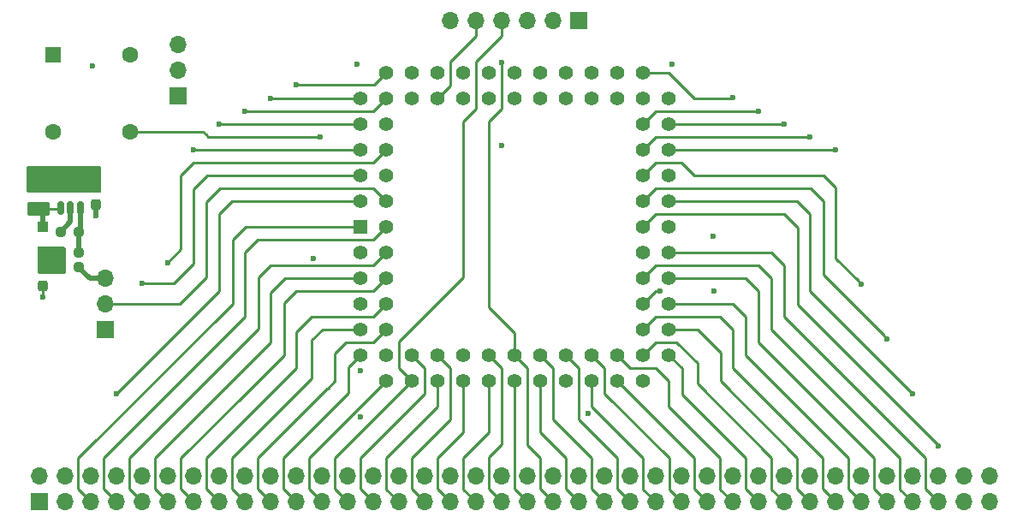
<source format=gtl>
G04 #@! TF.GenerationSoftware,KiCad,Pcbnew,6.0.1*
G04 #@! TF.CreationDate,2022-02-14T19:14:04-08:00*
G04 #@! TF.ProjectId,BREAKOUT-ATF1508AS,42524541-4b4f-4555-942d-415446313530,rev?*
G04 #@! TF.SameCoordinates,Original*
G04 #@! TF.FileFunction,Copper,L1,Top*
G04 #@! TF.FilePolarity,Positive*
%FSLAX46Y46*%
G04 Gerber Fmt 4.6, Leading zero omitted, Abs format (unit mm)*
G04 Created by KiCad (PCBNEW 6.0.1) date 2022-02-14 19:14:04*
%MOMM*%
%LPD*%
G01*
G04 APERTURE LIST*
G04 Aperture macros list*
%AMRoundRect*
0 Rectangle with rounded corners*
0 $1 Rounding radius*
0 $2 $3 $4 $5 $6 $7 $8 $9 X,Y pos of 4 corners*
0 Add a 4 corners polygon primitive as box body*
4,1,4,$2,$3,$4,$5,$6,$7,$8,$9,$2,$3,0*
0 Add four circle primitives for the rounded corners*
1,1,$1+$1,$2,$3*
1,1,$1+$1,$4,$5*
1,1,$1+$1,$6,$7*
1,1,$1+$1,$8,$9*
0 Add four rect primitives between the rounded corners*
20,1,$1+$1,$2,$3,$4,$5,0*
20,1,$1+$1,$4,$5,$6,$7,0*
20,1,$1+$1,$6,$7,$8,$9,0*
20,1,$1+$1,$8,$9,$2,$3,0*%
G04 Aperture macros list end*
G04 #@! TA.AperFunction,SMDPad,CuDef*
%ADD10RoundRect,0.237500X-0.250000X-0.237500X0.250000X-0.237500X0.250000X0.237500X-0.250000X0.237500X0*%
G04 #@! TD*
G04 #@! TA.AperFunction,ComponentPad*
%ADD11R,1.700000X1.700000*%
G04 #@! TD*
G04 #@! TA.AperFunction,ComponentPad*
%ADD12O,1.700000X1.700000*%
G04 #@! TD*
G04 #@! TA.AperFunction,SMDPad,CuDef*
%ADD13R,1.000000X1.000000*%
G04 #@! TD*
G04 #@! TA.AperFunction,SMDPad,CuDef*
%ADD14RoundRect,0.250001X-0.849999X0.462499X-0.849999X-0.462499X0.849999X-0.462499X0.849999X0.462499X0*%
G04 #@! TD*
G04 #@! TA.AperFunction,SMDPad,CuDef*
%ADD15RoundRect,0.237500X0.250000X0.237500X-0.250000X0.237500X-0.250000X-0.237500X0.250000X-0.237500X0*%
G04 #@! TD*
G04 #@! TA.AperFunction,SMDPad,CuDef*
%ADD16RoundRect,0.237500X-0.237500X0.300000X-0.237500X-0.300000X0.237500X-0.300000X0.237500X0.300000X0*%
G04 #@! TD*
G04 #@! TA.AperFunction,SMDPad,CuDef*
%ADD17RoundRect,0.150000X0.150000X-0.512500X0.150000X0.512500X-0.150000X0.512500X-0.150000X-0.512500X0*%
G04 #@! TD*
G04 #@! TA.AperFunction,ComponentPad*
%ADD18R,1.422400X1.422400*%
G04 #@! TD*
G04 #@! TA.AperFunction,ComponentPad*
%ADD19C,1.422400*%
G04 #@! TD*
G04 #@! TA.AperFunction,ComponentPad*
%ADD20R,1.600000X1.600000*%
G04 #@! TD*
G04 #@! TA.AperFunction,ComponentPad*
%ADD21C,1.600000*%
G04 #@! TD*
G04 #@! TA.AperFunction,ViaPad*
%ADD22C,0.600000*%
G04 #@! TD*
G04 #@! TA.AperFunction,Conductor*
%ADD23C,0.254000*%
G04 #@! TD*
G04 #@! TA.AperFunction,Conductor*
%ADD24C,0.508000*%
G04 #@! TD*
G04 APERTURE END LIST*
D10*
X102075000Y-94290000D03*
X103900000Y-94290000D03*
X102077500Y-95810000D03*
X103902500Y-95810000D03*
D11*
X153330000Y-71400000D03*
D12*
X150790000Y-71400000D03*
X148250000Y-71400000D03*
X145710000Y-71400000D03*
X143170000Y-71400000D03*
X140630000Y-71400000D03*
D13*
X100325000Y-94270000D03*
X100325000Y-91770000D03*
D14*
X99925000Y-87670000D03*
X99925000Y-89995000D03*
D15*
X103892500Y-92300000D03*
X102067500Y-92300000D03*
D16*
X105550000Y-87820000D03*
X105550000Y-89545000D03*
D11*
X106510000Y-101940000D03*
D12*
X106510000Y-99400000D03*
X106510000Y-96860000D03*
D17*
X102105000Y-89967500D03*
X103055000Y-89967500D03*
X104005000Y-89967500D03*
X104005000Y-87692500D03*
X102105000Y-87692500D03*
D11*
X113720000Y-78860000D03*
D12*
X113720000Y-76320000D03*
X113720000Y-73780000D03*
D16*
X100330000Y-95867500D03*
X100330000Y-97592500D03*
D11*
X100005000Y-119000000D03*
D12*
X100005000Y-116460000D03*
X102545000Y-119000000D03*
X102545000Y-116460000D03*
X105085000Y-119000000D03*
X105085000Y-116460000D03*
X107625000Y-119000000D03*
X107625000Y-116460000D03*
X110165000Y-119000000D03*
X110165000Y-116460000D03*
X112705000Y-119000000D03*
X112705000Y-116460000D03*
X115245000Y-119000000D03*
X115245000Y-116460000D03*
X117785000Y-119000000D03*
X117785000Y-116460000D03*
X120325000Y-119000000D03*
X120325000Y-116460000D03*
X122865000Y-119000000D03*
X122865000Y-116460000D03*
X125405000Y-119000000D03*
X125405000Y-116460000D03*
X127945000Y-119000000D03*
X127945000Y-116460000D03*
X130485000Y-119000000D03*
X130485000Y-116460000D03*
X133025000Y-119000000D03*
X133025000Y-116460000D03*
X135565000Y-119000000D03*
X135565000Y-116460000D03*
X138105000Y-119000000D03*
X138105000Y-116460000D03*
X140645000Y-119000000D03*
X140645000Y-116460000D03*
X143185000Y-119000000D03*
X143185000Y-116460000D03*
X145725000Y-119000000D03*
X145725000Y-116460000D03*
X148265000Y-119000000D03*
X148265000Y-116460000D03*
X150805000Y-119000000D03*
X150805000Y-116460000D03*
X153345000Y-119000000D03*
X153345000Y-116460000D03*
X155885000Y-119000000D03*
X155885000Y-116460000D03*
X158425000Y-119000000D03*
X158425000Y-116460000D03*
X160965000Y-119000000D03*
X160965000Y-116460000D03*
X163505000Y-119000000D03*
X163505000Y-116460000D03*
X166045000Y-119000000D03*
X166045000Y-116460000D03*
X168585000Y-119000000D03*
X168585000Y-116460000D03*
X171125000Y-119000000D03*
X171125000Y-116460000D03*
X173665000Y-119000000D03*
X173665000Y-116460000D03*
X176205000Y-119000000D03*
X176205000Y-116460000D03*
X178745000Y-119000000D03*
X178745000Y-116460000D03*
X181285000Y-119000000D03*
X181285000Y-116460000D03*
X183825000Y-119000000D03*
X183825000Y-116460000D03*
X186365000Y-119000000D03*
X186365000Y-116460000D03*
X188905000Y-119000000D03*
X188905000Y-116460000D03*
X191445000Y-119000000D03*
X191445000Y-116460000D03*
X193985000Y-119000000D03*
X193985000Y-116460000D03*
D18*
X131740000Y-91770000D03*
D19*
X134280000Y-91770000D03*
X131740000Y-94310000D03*
X134280000Y-94310000D03*
X131740000Y-96850000D03*
X134280000Y-96850000D03*
X131740000Y-99390000D03*
X134280000Y-99390000D03*
X131740000Y-101930000D03*
X134280000Y-101930000D03*
X131740000Y-104470000D03*
X134280000Y-107010000D03*
X134280000Y-104470000D03*
X136820000Y-107010000D03*
X136820000Y-104470000D03*
X139360000Y-107010000D03*
X139360000Y-104470000D03*
X141900000Y-107010000D03*
X141900000Y-104470000D03*
X144440000Y-107010000D03*
X144440000Y-104470000D03*
X146980000Y-107010000D03*
X146980000Y-104470000D03*
X149520000Y-107010000D03*
X149520000Y-104470000D03*
X152060000Y-107010000D03*
X152060000Y-104470000D03*
X154600000Y-107010000D03*
X154600000Y-104470000D03*
X157140000Y-107010000D03*
X157140000Y-104470000D03*
X159680000Y-107010000D03*
X162220000Y-104470000D03*
X159680000Y-104470000D03*
X162220000Y-101930000D03*
X159680000Y-101930000D03*
X162220000Y-99390000D03*
X159680000Y-99390000D03*
X162220000Y-96850000D03*
X159680000Y-96850000D03*
X162220000Y-94310000D03*
X159680000Y-94310000D03*
X162220000Y-91770000D03*
X159680000Y-91770000D03*
X162220000Y-89230000D03*
X159680000Y-89230000D03*
X162220000Y-86690000D03*
X159680000Y-86690000D03*
X162220000Y-84150000D03*
X159680000Y-84150000D03*
X162220000Y-81610000D03*
X159680000Y-81610000D03*
X162220000Y-79070000D03*
X159680000Y-76530000D03*
X159680000Y-79070000D03*
X157140000Y-76530000D03*
X157140000Y-79070000D03*
X154600000Y-76530000D03*
X154600000Y-79070000D03*
X152060000Y-76530000D03*
X152060000Y-79070000D03*
X149520000Y-76530000D03*
X149520000Y-79070000D03*
X146980000Y-76530000D03*
X146980000Y-79070000D03*
X144440000Y-76530000D03*
X144440000Y-79070000D03*
X141900000Y-76530000D03*
X141900000Y-79070000D03*
X139360000Y-76530000D03*
X139360000Y-79070000D03*
X136820000Y-76530000D03*
X136820000Y-79070000D03*
X134280000Y-76530000D03*
X131740000Y-79070000D03*
X134280000Y-79070000D03*
X131740000Y-81610000D03*
X134280000Y-81610000D03*
X131740000Y-84150000D03*
X134280000Y-84150000D03*
X131740000Y-86690000D03*
X134280000Y-86690000D03*
X131740000Y-89230000D03*
X134280000Y-89230000D03*
D20*
X101360000Y-74770000D03*
D21*
X101360000Y-82390000D03*
X108980000Y-82390000D03*
X108980000Y-74770000D03*
D22*
X131730000Y-110620000D03*
X145700000Y-83710000D03*
X127050000Y-94960000D03*
X166710000Y-98150000D03*
X105560000Y-90670000D03*
X131430000Y-75680000D03*
X105190000Y-75850000D03*
X166620000Y-92760000D03*
X154250000Y-110280000D03*
X103060000Y-91220000D03*
X100330000Y-98720000D03*
X162530000Y-75690000D03*
X107630000Y-108300000D03*
X127750000Y-82890000D03*
X161350000Y-98150000D03*
X131730000Y-105980000D03*
X110165000Y-97395000D03*
X112705000Y-95305000D03*
X99940000Y-86300000D03*
X105560000Y-86290000D03*
X104310000Y-86290000D03*
X103000000Y-86290000D03*
X101460000Y-86300000D03*
X115250000Y-84150000D03*
X117780000Y-81630000D03*
X120330000Y-80340000D03*
X122860000Y-79070000D03*
X125410000Y-77720000D03*
X168585000Y-79035000D03*
X171100000Y-80340000D03*
X173680000Y-81610000D03*
X176210000Y-82870000D03*
X178750000Y-84150000D03*
X181285000Y-97425000D03*
X183825000Y-102865000D03*
X186370000Y-108280000D03*
X188905000Y-113455000D03*
X145705000Y-75525000D03*
D23*
X103805000Y-117720000D02*
X103805000Y-114655000D01*
X120420000Y-91770000D02*
X121040000Y-91770000D01*
X119090000Y-99370000D02*
X119090000Y-93100000D01*
X131740000Y-91770000D02*
X121040000Y-91770000D01*
X119090000Y-93100000D02*
X120420000Y-91770000D01*
X103805000Y-114655000D02*
X119090000Y-99370000D01*
X105085000Y-119000000D02*
X103805000Y-117720000D01*
X106360000Y-117735000D02*
X106360000Y-114650000D01*
X132975000Y-93075000D02*
X121575000Y-93075000D01*
X107625000Y-119000000D02*
X106360000Y-117735000D01*
X134280000Y-91770000D02*
X132975000Y-93075000D01*
X120330000Y-100680000D02*
X120330000Y-94320000D01*
X106360000Y-114650000D02*
X120330000Y-100680000D01*
X120330000Y-94320000D02*
X121575000Y-93075000D01*
X108880000Y-114650000D02*
X108880000Y-117715000D01*
X121640000Y-101890000D02*
X108880000Y-114650000D01*
X133015000Y-95575000D02*
X122875000Y-95575000D01*
X121640000Y-96810000D02*
X121640000Y-101890000D01*
X134280000Y-94310000D02*
X133015000Y-95575000D01*
X108880000Y-117715000D02*
X110165000Y-119000000D01*
X122875000Y-95575000D02*
X121640000Y-96810000D01*
X116500000Y-96780000D02*
X116500000Y-89310000D01*
X110900000Y-99400000D02*
X113880000Y-99400000D01*
X133020000Y-87970000D02*
X134010932Y-88960932D01*
X117840000Y-87970000D02*
X118480000Y-87970000D01*
X114220000Y-99060000D02*
X116500000Y-96780000D01*
X116500000Y-89310000D02*
X117840000Y-87970000D01*
X106510000Y-99400000D02*
X110900000Y-99400000D01*
X113880000Y-99400000D02*
X114220000Y-99060000D01*
X118480000Y-87970000D02*
X133020000Y-87970000D01*
D24*
X105550000Y-90660000D02*
X105560000Y-90670000D01*
X103055000Y-89967500D02*
X103055000Y-91215000D01*
D23*
X100330000Y-97592500D02*
X100330000Y-98720000D01*
D24*
X103055000Y-91215000D02*
X103060000Y-91220000D01*
X103060000Y-91220000D02*
X103060000Y-91307500D01*
X105550000Y-89545000D02*
X105550000Y-90660000D01*
X103060000Y-91307500D02*
X102067500Y-92300000D01*
D23*
X108980000Y-106950000D02*
X111535000Y-104395000D01*
X116660000Y-82890000D02*
X116450000Y-82680000D01*
X131740000Y-89230000D02*
X119420000Y-89230000D01*
X119070000Y-89230000D02*
X119420000Y-89230000D01*
X127750000Y-82890000D02*
X116660000Y-82890000D01*
X116160000Y-82390000D02*
X108980000Y-82390000D01*
X111535000Y-104395000D02*
X117780000Y-98150000D01*
X117780000Y-98150000D02*
X117780000Y-90520000D01*
X107630000Y-108300000D02*
X108980000Y-106950000D01*
X116450000Y-82680000D02*
X116160000Y-82390000D01*
X117780000Y-90520000D02*
X119070000Y-89230000D01*
X160920000Y-98150000D02*
X161350000Y-98150000D01*
X159680000Y-99390000D02*
X160920000Y-98150000D01*
X113295000Y-97395000D02*
X110165000Y-97395000D01*
X116600000Y-86690000D02*
X115250000Y-88040000D01*
X115250000Y-95440000D02*
X113295000Y-97395000D01*
X115250000Y-89940000D02*
X115250000Y-95440000D01*
X131740000Y-86690000D02*
X116600000Y-86690000D01*
X115250000Y-88040000D02*
X115250000Y-89940000D01*
X115250000Y-85440000D02*
X113990000Y-86700000D01*
X132990000Y-85440000D02*
X115250000Y-85440000D01*
X113990000Y-94020000D02*
X112705000Y-95305000D01*
X134280000Y-84150000D02*
X132990000Y-85440000D01*
X113990000Y-86700000D02*
X113990000Y-94020000D01*
D24*
X99925000Y-87670000D02*
X102082500Y-87670000D01*
X102082500Y-87670000D02*
X102105000Y-87692500D01*
X104005000Y-87692500D02*
X105422500Y-87692500D01*
X105422500Y-87692500D02*
X105550000Y-87820000D01*
X102105000Y-87692500D02*
X104005000Y-87692500D01*
D23*
X111430000Y-117725000D02*
X112705000Y-119000000D01*
X131740000Y-96850000D02*
X124290000Y-96850000D01*
X111430000Y-114650000D02*
X111430000Y-117725000D01*
X124290000Y-96850000D02*
X122870000Y-98270000D01*
X122870000Y-98270000D02*
X122870000Y-103210000D01*
X122870000Y-103210000D02*
X111430000Y-114650000D01*
X120435000Y-108175000D02*
X120430000Y-108175000D01*
X113955000Y-117710000D02*
X115245000Y-119000000D01*
X120430000Y-108175000D02*
X113955000Y-114650000D01*
X113955000Y-114650000D02*
X113955000Y-117710000D01*
X134280000Y-96850000D02*
X133030000Y-98100000D01*
X124160000Y-99340000D02*
X124160000Y-104450000D01*
X124160000Y-104450000D02*
X120435000Y-108175000D01*
X125400000Y-98100000D02*
X124160000Y-99340000D01*
X133030000Y-98100000D02*
X125400000Y-98100000D01*
X131740000Y-84150000D02*
X115250000Y-84150000D01*
X117800000Y-81610000D02*
X117780000Y-81630000D01*
X130010000Y-81610000D02*
X117800000Y-81610000D01*
X131740000Y-81610000D02*
X130010000Y-81610000D01*
X120340000Y-80350000D02*
X120330000Y-80340000D01*
X134280000Y-79070000D02*
X133000000Y-80350000D01*
X133000000Y-80350000D02*
X120340000Y-80350000D01*
X124140000Y-79070000D02*
X122860000Y-79070000D01*
X124140000Y-79070000D02*
X131740000Y-79070000D01*
X125420000Y-77730000D02*
X125410000Y-77720000D01*
X134280000Y-76530000D02*
X133080000Y-77730000D01*
X133080000Y-77730000D02*
X125420000Y-77730000D01*
X127890000Y-100690000D02*
X126920000Y-100690000D01*
X126920000Y-100690000D02*
X125400000Y-102210000D01*
X124047500Y-107112500D02*
X124042500Y-107112500D01*
X132995000Y-100675000D02*
X127905000Y-100675000D01*
X125400000Y-105760000D02*
X124047500Y-107112500D01*
X124042500Y-107112500D02*
X116505000Y-114650000D01*
X116505000Y-117720000D02*
X117785000Y-119000000D01*
X134280000Y-99390000D02*
X132995000Y-100675000D01*
X127905000Y-100675000D02*
X127890000Y-100690000D01*
X125400000Y-102210000D02*
X125400000Y-105760000D01*
X116505000Y-114650000D02*
X116505000Y-117720000D01*
X119055000Y-114650000D02*
X119055000Y-117730000D01*
X119055000Y-117730000D02*
X120325000Y-119000000D01*
X127970000Y-101930000D02*
X126940000Y-102960000D01*
X126940000Y-106765000D02*
X119055000Y-114650000D01*
X131740000Y-101930000D02*
X127970000Y-101930000D01*
X126940000Y-102960000D02*
X126940000Y-106765000D01*
X121555000Y-117690000D02*
X122865000Y-119000000D01*
X128450000Y-107755000D02*
X121555000Y-114650000D01*
X134280000Y-101930000D02*
X132985000Y-103225000D01*
X121555000Y-114650000D02*
X121555000Y-117690000D01*
X128475000Y-107755000D02*
X128450000Y-107755000D01*
X129220000Y-104290000D02*
X129220000Y-107010000D01*
X130285000Y-103225000D02*
X129220000Y-104290000D01*
X129220000Y-107010000D02*
X128475000Y-107755000D01*
X132985000Y-103225000D02*
X130285000Y-103225000D01*
X124130000Y-114650000D02*
X124130000Y-117725000D01*
X124130000Y-117725000D02*
X125405000Y-119000000D01*
X130525000Y-108255000D02*
X124130000Y-114650000D01*
X130525000Y-108255000D02*
X130525000Y-105685000D01*
X130525000Y-105685000D02*
X131740000Y-104470000D01*
X126680000Y-117735000D02*
X127945000Y-119000000D01*
X126680000Y-114610000D02*
X126680000Y-117735000D01*
X134280000Y-107010000D02*
X126680000Y-114610000D01*
X135570000Y-105760000D02*
X135570000Y-103150000D01*
X136820000Y-107010000D02*
X129180000Y-114650000D01*
X135570000Y-103150000D02*
X141900000Y-96820000D01*
X141900000Y-96820000D02*
X141900000Y-81380000D01*
X145710000Y-72870000D02*
X145710000Y-71400000D01*
X136820000Y-107010000D02*
X135570000Y-105760000D01*
X129180000Y-117695000D02*
X129180000Y-114650000D01*
X130485000Y-119000000D02*
X129180000Y-117695000D01*
X143170000Y-80110000D02*
X143170000Y-75410000D01*
X141900000Y-81380000D02*
X143170000Y-80110000D01*
X143170000Y-75410000D02*
X145710000Y-72870000D01*
X131755000Y-114650000D02*
X131755000Y-117730000D01*
X131755000Y-117730000D02*
X133025000Y-119000000D01*
X136820000Y-104470000D02*
X138105000Y-105755000D01*
X138105000Y-108300000D02*
X131755000Y-114650000D01*
X138105000Y-108300000D02*
X138105000Y-105755000D01*
X139360000Y-109595000D02*
X134305000Y-114650000D01*
X134305000Y-114650000D02*
X134305000Y-117740000D01*
X134305000Y-117740000D02*
X135565000Y-119000000D01*
X139360000Y-109595000D02*
X139360000Y-107010000D01*
X140630000Y-110850000D02*
X136830000Y-114650000D01*
X136830000Y-117725000D02*
X138105000Y-119000000D01*
X139360000Y-104470000D02*
X140630000Y-105740000D01*
X140630000Y-105740000D02*
X140630000Y-110850000D01*
X136830000Y-114650000D02*
X136830000Y-117725000D01*
X139380000Y-117735000D02*
X140645000Y-119000000D01*
X139380000Y-114650000D02*
X139380000Y-117735000D01*
X141900000Y-112130000D02*
X139380000Y-114650000D01*
X141900000Y-107010000D02*
X141900000Y-112130000D01*
X140630000Y-75410000D02*
X143170000Y-72870000D01*
X143170000Y-71400000D02*
X143170000Y-72870000D01*
X140630000Y-77800000D02*
X140630000Y-75410000D01*
X139360000Y-79070000D02*
X140630000Y-77800000D01*
X141930000Y-117745000D02*
X143185000Y-119000000D01*
X144440000Y-112140000D02*
X141930000Y-114650000D01*
X144440000Y-107010000D02*
X144440000Y-112140000D01*
X141930000Y-114650000D02*
X141930000Y-117745000D01*
X144440000Y-104470000D02*
X145705000Y-105735000D01*
X145705000Y-105735000D02*
X145705000Y-113325000D01*
X145705000Y-113325000D02*
X144455000Y-114575000D01*
X144455000Y-117730000D02*
X145725000Y-119000000D01*
X144455000Y-114575000D02*
X144455000Y-117730000D01*
X159680000Y-76530000D02*
X162200000Y-76530000D01*
X168570000Y-79050000D02*
X168585000Y-79035000D01*
X162200000Y-76530000D02*
X164720000Y-79050000D01*
X164720000Y-79050000D02*
X168570000Y-79050000D01*
X160950000Y-80340000D02*
X159680000Y-81610000D01*
X171100000Y-80340000D02*
X160950000Y-80340000D01*
X173680000Y-81610000D02*
X162220000Y-81610000D01*
X160960000Y-82870000D02*
X159680000Y-84150000D01*
X176210000Y-82870000D02*
X160960000Y-82870000D01*
X178750000Y-84150000D02*
X162220000Y-84150000D01*
X180885000Y-97055000D02*
X178750000Y-94920000D01*
X181255000Y-97425000D02*
X180885000Y-97055000D01*
X163490000Y-85420000D02*
X164780000Y-86710000D01*
X178750000Y-87920000D02*
X177540000Y-86710000D01*
X159680000Y-86690000D02*
X160950000Y-85420000D01*
X178750000Y-94920000D02*
X178750000Y-87920000D01*
X164780000Y-86710000D02*
X177540000Y-86710000D01*
X160950000Y-85420000D02*
X163490000Y-85420000D01*
X181285000Y-97425000D02*
X181255000Y-97425000D01*
X183465000Y-102485000D02*
X177540000Y-96560000D01*
X183825000Y-102845000D02*
X183465000Y-102485000D01*
X177540000Y-96560000D02*
X177540000Y-89260000D01*
X183825000Y-102865000D02*
X183825000Y-102845000D01*
X177540000Y-89260000D02*
X176230000Y-87950000D01*
X160960000Y-87950000D02*
X176230000Y-87950000D01*
X159680000Y-89230000D02*
X160960000Y-87950000D01*
X176210000Y-98120000D02*
X176210000Y-90540000D01*
X176210000Y-90540000D02*
X174905000Y-89235000D01*
X165065000Y-89235000D02*
X174905000Y-89235000D01*
X162220000Y-89230000D02*
X165060000Y-89230000D01*
X186370000Y-108280000D02*
X176210000Y-98120000D01*
X165060000Y-89230000D02*
X165065000Y-89235000D01*
X188905000Y-113455000D02*
X188905000Y-113385000D01*
X188905000Y-113385000D02*
X175030000Y-99510000D01*
X175030000Y-99510000D02*
X175030000Y-91840000D01*
X160970000Y-90480000D02*
X159680000Y-91770000D01*
X173670000Y-90480000D02*
X160970000Y-90480000D01*
X175030000Y-91840000D02*
X173670000Y-90480000D01*
X146980000Y-117715000D02*
X148265000Y-119000000D01*
X146980000Y-107010000D02*
X146980000Y-117715000D01*
X144440000Y-81400000D02*
X144440000Y-99760000D01*
X148255000Y-113375000D02*
X149530000Y-114650000D01*
X145705000Y-75525000D02*
X145705000Y-80135000D01*
X149530000Y-117725000D02*
X150805000Y-119000000D01*
X145705000Y-80135000D02*
X144440000Y-81400000D01*
X146980000Y-102300000D02*
X146980000Y-104470000D01*
X146980000Y-104470000D02*
X148255000Y-105745000D01*
X144440000Y-99760000D02*
X146980000Y-102300000D01*
X149530000Y-114650000D02*
X149530000Y-117725000D01*
X148255000Y-105745000D02*
X148255000Y-113375000D01*
X149520000Y-107010000D02*
X149520000Y-112115000D01*
X152055000Y-114650000D02*
X152055000Y-117710000D01*
X152055000Y-117710000D02*
X153345000Y-119000000D01*
X149520000Y-112115000D02*
X152055000Y-114650000D01*
X150805000Y-110850000D02*
X154605000Y-114650000D01*
X150805000Y-105755000D02*
X150805000Y-110850000D01*
X149520000Y-104470000D02*
X150805000Y-105755000D01*
X154605000Y-117720000D02*
X155885000Y-119000000D01*
X154605000Y-114650000D02*
X154605000Y-117720000D01*
X153355000Y-110850000D02*
X157155000Y-114650000D01*
X153355000Y-105765000D02*
X153355000Y-110850000D01*
X157155000Y-117730000D02*
X158425000Y-119000000D01*
X157155000Y-114650000D02*
X157155000Y-117730000D01*
X152060000Y-104470000D02*
X153355000Y-105765000D01*
X154600000Y-109270000D02*
X154605000Y-109275000D01*
X154605000Y-109550000D02*
X159705000Y-114650000D01*
X159705000Y-117740000D02*
X160965000Y-119000000D01*
X154600000Y-107010000D02*
X154600000Y-109270000D01*
X159705000Y-114650000D02*
X159705000Y-117740000D01*
X154605000Y-109275000D02*
X154605000Y-109550000D01*
X154600000Y-104470000D02*
X155880000Y-105750000D01*
X162255000Y-114650000D02*
X162255000Y-117750000D01*
X155880000Y-105750000D02*
X155880000Y-108275000D01*
X162255000Y-117750000D02*
X163505000Y-119000000D01*
X155880000Y-108275000D02*
X162255000Y-114650000D01*
X157140000Y-107010000D02*
X164780000Y-114650000D01*
X164780000Y-117735000D02*
X166045000Y-119000000D01*
X164780000Y-114650000D02*
X164780000Y-117735000D01*
X162240000Y-107050000D02*
X162240000Y-109560000D01*
X157140000Y-104470000D02*
X158430000Y-105760000D01*
X167330000Y-117745000D02*
X168585000Y-119000000D01*
X158430000Y-105760000D02*
X160950000Y-105760000D01*
X167330000Y-114650000D02*
X167330000Y-117745000D01*
X160950000Y-105760000D02*
X162240000Y-107050000D01*
X162240000Y-109560000D02*
X167330000Y-114650000D01*
X169855000Y-117730000D02*
X171125000Y-119000000D01*
X169855000Y-114650000D02*
X169855000Y-117730000D01*
X163547500Y-108342500D02*
X163547500Y-105797500D01*
X163547500Y-105797500D02*
X162220000Y-104470000D01*
X163547500Y-108342500D02*
X169855000Y-114650000D01*
X163005000Y-103225000D02*
X165060000Y-105280000D01*
X160925000Y-103225000D02*
X163005000Y-103225000D01*
X172405000Y-114650000D02*
X172405000Y-117740000D01*
X165060000Y-107305000D02*
X172405000Y-114650000D01*
X159680000Y-104470000D02*
X160925000Y-103225000D01*
X172405000Y-117740000D02*
X173665000Y-119000000D01*
X165060000Y-107305000D02*
X165060000Y-105280000D01*
X174930000Y-117725000D02*
X176205000Y-119000000D01*
X162220000Y-101930000D02*
X165060000Y-101930000D01*
X167350000Y-107070000D02*
X174930000Y-114650000D01*
X174930000Y-114650000D02*
X174930000Y-117725000D01*
X167350000Y-104220000D02*
X167350000Y-107070000D01*
X165060000Y-101930000D02*
X167350000Y-104220000D01*
X177480000Y-114650000D02*
X168590000Y-105760000D01*
X160960000Y-100650000D02*
X167260000Y-100650000D01*
X167260000Y-100650000D02*
X168590000Y-101980000D01*
X168590000Y-101980000D02*
X168590000Y-105760000D01*
X159680000Y-101930000D02*
X160960000Y-100650000D01*
X178745000Y-119000000D02*
X177480000Y-117735000D01*
X177480000Y-117735000D02*
X177480000Y-114650000D01*
X180005000Y-114655000D02*
X169860000Y-104510000D01*
X180005000Y-117720000D02*
X180005000Y-114655000D01*
X181285000Y-119000000D02*
X180005000Y-117720000D01*
X168560000Y-99390000D02*
X169735000Y-100565000D01*
X169860000Y-104510000D02*
X169860000Y-100690000D01*
X169860000Y-100690000D02*
X169735000Y-100565000D01*
X168560000Y-99390000D02*
X162220000Y-99390000D01*
X182555000Y-117730000D02*
X183825000Y-119000000D01*
X171130000Y-98130000D02*
X171130000Y-103230000D01*
X162220000Y-96850000D02*
X169850000Y-96850000D01*
X171130000Y-103230000D02*
X182555000Y-114655000D01*
X182555000Y-114655000D02*
X182555000Y-117730000D01*
X169850000Y-96850000D02*
X171130000Y-98130000D01*
X185105000Y-117740000D02*
X185105000Y-114655000D01*
X171120000Y-95600000D02*
X160930000Y-95600000D01*
X172390000Y-96870000D02*
X171120000Y-95600000D01*
X172390000Y-101940000D02*
X172390000Y-96870000D01*
X160930000Y-95600000D02*
X159680000Y-96850000D01*
X186365000Y-119000000D02*
X185105000Y-117740000D01*
X185105000Y-114655000D02*
X172390000Y-101940000D01*
X173660000Y-100690000D02*
X173660000Y-95570000D01*
X187630000Y-117725000D02*
X187630000Y-114660000D01*
X187630000Y-114660000D02*
X173660000Y-100690000D01*
X188905000Y-119000000D02*
X187630000Y-117725000D01*
X173660000Y-95570000D02*
X172400000Y-94310000D01*
X172400000Y-94310000D02*
X162220000Y-94310000D01*
X102077500Y-89995000D02*
X102105000Y-89967500D01*
D24*
X100325000Y-90395000D02*
X99925000Y-89995000D01*
X100325000Y-91770000D02*
X100325000Y-90395000D01*
D23*
X99925000Y-89995000D02*
X102077500Y-89995000D01*
D24*
X103892500Y-92300000D02*
X103892500Y-94282500D01*
X104005000Y-92187500D02*
X103892500Y-92300000D01*
X103892500Y-94282500D02*
X103900000Y-94290000D01*
X104005000Y-89967500D02*
X104005000Y-92187500D01*
X103902500Y-95810000D02*
X103902500Y-95822500D01*
X104960000Y-96860000D02*
X106510000Y-96860000D01*
X103902500Y-95822500D02*
X104950000Y-96870000D01*
X104950000Y-96870000D02*
X104960000Y-96860000D01*
G04 #@! TA.AperFunction,Conductor*
G36*
X105965483Y-85756230D02*
G01*
X106033576Y-85776325D01*
X106079996Y-85830044D01*
X106091311Y-85882295D01*
X106090063Y-88304072D01*
X106070026Y-88372182D01*
X106016346Y-88418648D01*
X105964065Y-88430007D01*
X102421900Y-88429995D01*
X98876080Y-88429982D01*
X98807959Y-88409980D01*
X98761466Y-88356324D01*
X98750080Y-88303917D01*
X98751328Y-85872484D01*
X98771365Y-85804374D01*
X98825045Y-85757909D01*
X98877499Y-85746549D01*
X105965483Y-85756230D01*
G37*
G04 #@! TD.AperFunction*
G04 #@! TA.AperFunction,Conductor*
G36*
X102512121Y-93780002D02*
G01*
X102558614Y-93833658D01*
X102570000Y-93886000D01*
X102570000Y-96284000D01*
X102549998Y-96352121D01*
X102496342Y-96398614D01*
X102444000Y-96410000D01*
X99946000Y-96410000D01*
X99877879Y-96389998D01*
X99831386Y-96336342D01*
X99820000Y-96284000D01*
X99820000Y-93886000D01*
X99840002Y-93817879D01*
X99893658Y-93771386D01*
X99946000Y-93760000D01*
X102444000Y-93760000D01*
X102512121Y-93780002D01*
G37*
G04 #@! TD.AperFunction*
M02*

</source>
